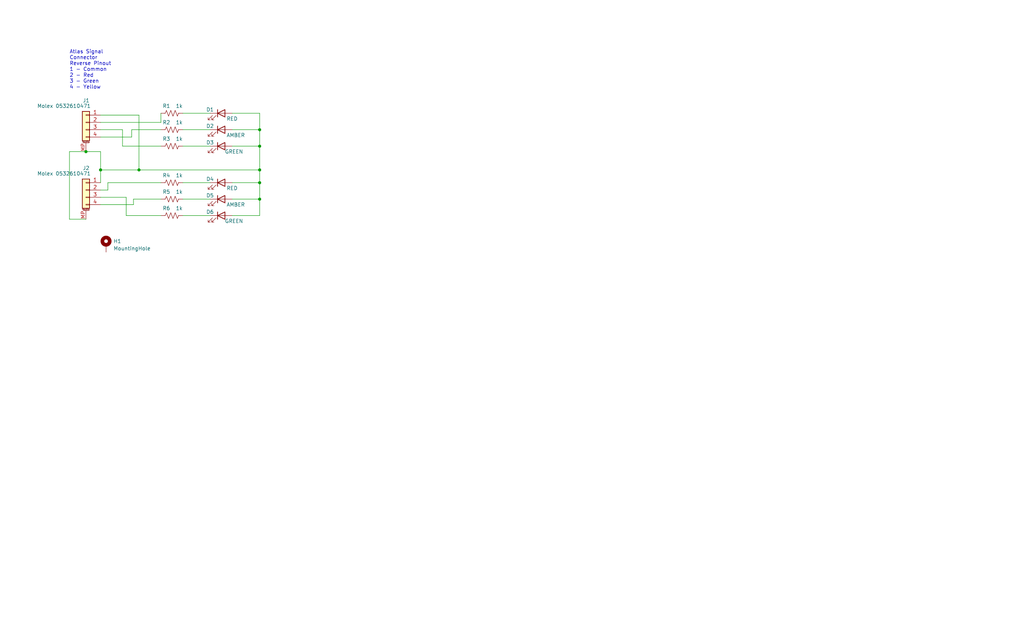
<source format=kicad_sch>
(kicad_sch (version 20211123) (generator eeschema)
  (paper "USLegal")
  (title_block (title "MSS Cascade Basic v1.0") (company "Iowa Scaled Engineering"))
  (lib_symbols
    (symbol "Connector_Generic_MountingPin:Conn_01x04_MountingPin" (pin_names (offset 1.016) hide)
      (property "Reference" "J" (at 0 5.08 0))
      (property "Value" "Conn_01x04_MountingPin" (at 1.27 -7.62 0))
      (symbol "Conn_01x04_MountingPin_1_1"
        (rectangle (start -1.27 -4.953) (end 0 -5.207) (stroke (width 0.1524)))
        (rectangle (start -1.27 -2.413) (end 0 -2.667) (stroke (width 0.1524)))
        (rectangle (start -1.27 0.127) (end 0 -0.127) (stroke (width 0.1524)))
        (rectangle (start -1.27 2.667) (end 0 2.413) (stroke (width 0.1524)))
        (rectangle (start -1.27 3.81) (end 1.27 -6.35) (stroke (width 0.254)) (fill (type background)))
        (polyline (pts (xy -1.016 -7.112) (xy 1.016 -7.112)) (stroke (width 0.1524)))
        (text "Mounting" (at 0 -6.731 0) (effects (font (size 0.381 0.381))))
        (pin passive line (at -5.08 2.54 0) (length 3.81) (name "Pin_1") (number "1"))
        (pin passive line (at -5.08 0 0) (length 3.81) (name "Pin_2") (number "2"))
        (pin passive line (at -5.08 -2.54 0) (length 3.81) (name "Pin_3") (number "3"))
        (pin passive line (at -5.08 -5.08 0) (length 3.81) (name "Pin_4") (number "4"))
        (pin passive line (at 0 -10.16 90) (length 3.048) (name "MountPin") (number "MP"))
      )
    )
    (symbol "Device:LED" (pin_numbers hide) (pin_names (offset 1.016) hide)
      (property "Reference" "D" (at 0 2.54 0))
      (property "Value" "LED" (at 0 -2.54 0))
      (symbol "LED_0_1"
        (polyline (pts (xy -1.27 -1.27) (xy -1.27 1.27)) (stroke (width 0.254)))
        (polyline (pts (xy -1.27 0) (xy 1.27 0)))
        (polyline (pts (xy 1.27 -1.27) (xy 1.27 1.27) (xy -1.27 0) (xy 1.27 -1.27)) (stroke (width 0.254)))
        (polyline (pts (xy -3.048 -0.762) (xy -4.572 -2.286) (xy -3.81 -2.286) (xy -4.572 -2.286) (xy -4.572 -1.524)))
        (polyline (pts (xy -1.778 -0.762) (xy -3.302 -2.286) (xy -2.54 -2.286) (xy -3.302 -2.286) (xy -3.302 -1.524)))
      )
      (symbol "LED_1_1"
        (pin passive line (at -3.81 0 0) (length 2.54) (name "K") (number "1"))
        (pin passive line (at 3.81 0 180) (length 2.54) (name "A") (number "2"))
      )
    )
    (symbol "Device:R_US" (pin_numbers hide) (pin_names (offset 0))
      (property "Reference" "R" (at 2.54 0 90))
      (property "Value" "R_US" (at -2.54 0 90))
      (symbol "R_US_0_1"
        (polyline (pts (xy 0 -2.286) (xy 0 -2.54)))
        (polyline (pts (xy 0 2.286) (xy 0 2.54)))
        (polyline (pts (xy 0 -0.762) (xy 1.016 -1.143) (xy 0 -1.524) (xy -1.016 -1.905) (xy 0 -2.286)))
        (polyline (pts (xy 0 0.762) (xy 1.016 0.381) (xy 0 0) (xy -1.016 -0.381) (xy 0 -0.762)))
        (polyline (pts (xy 0 2.286) (xy 1.016 1.905) (xy 0 1.524) (xy -1.016 1.143) (xy 0 0.762)))
      )
      (symbol "R_US_1_1"
        (pin passive line (at 0 3.81 270) (length 1.27) (name "~") (number "1"))
        (pin passive line (at 0 -3.81 90) (length 1.27) (name "~") (number "2"))
      )
    )
    (symbol "Mechanical:MountingHole_Pad" (pin_numbers hide) (pin_names (offset 1.016) hide)
      (property "Reference" "H" (at 0 6.35 0))
      (property "Value" "MountingHole_Pad" (at 0 4.445 0))
      (symbol "MountingHole_Pad_0_1"
        (circle (center 0 1.27) (radius 1.27) (stroke (width 1.27)))
      )
      (symbol "MountingHole_Pad_1_1"
        (pin input line (at 0 -2.54 90) (length 2.54) (name "1") (number "1"))
      )
    )
  )
  (junction (at 34.925 59.055))
  (junction (at 29.845 52.705))
  (junction (at 90.17 69.215))
  (junction (at 90.17 50.8))
  (junction (at 90.17 59.055))
  (junction (at 90.17 45.085))
  (junction (at 90.17 63.5))
  (junction (at 48.26 59.055))
  (wire (pts (xy 55.88 50.8) (xy 42.545 50.8)))
  (wire (pts (xy 63.5 39.37) (xy 73.025 39.37)))
  (wire (pts (xy 80.645 39.37) (xy 90.17 39.37)))
  (wire (pts (xy 34.925 47.625) (xy 45.72 47.625)))
  (wire (pts (xy 80.645 69.215) (xy 90.17 69.215)))
  (wire (pts (xy 80.645 50.8) (xy 90.17 50.8)))
  (wire (pts (xy 24.13 52.705) (xy 24.13 76.2)))
  (wire (pts (xy 55.88 42.545) (xy 55.88 39.37)))
  (wire (pts (xy 34.925 68.58) (xy 43.815 68.58)))
  (wire (pts (xy 48.26 59.055) (xy 90.17 59.055)))
  (wire (pts (xy 37.465 66.04) (xy 37.465 63.5)))
  (wire (pts (xy 90.17 50.8) (xy 90.17 59.055)))
  (wire (pts (xy 34.925 59.055) (xy 34.925 52.705)))
  (wire (pts (xy 37.465 63.5) (xy 55.88 63.5)))
  (wire (pts (xy 45.72 47.625) (xy 45.72 45.085)))
  (wire (pts (xy 43.815 68.58) (xy 43.815 74.93)))
  (wire (pts (xy 43.815 74.93) (xy 55.88 74.93)))
  (wire (pts (xy 34.925 71.12) (xy 46.355 71.12)))
  (wire (pts (xy 90.17 63.5) (xy 90.17 69.215)))
  (wire (pts (xy 90.17 45.085) (xy 90.17 50.8)))
  (wire (pts (xy 34.925 42.545) (xy 55.88 42.545)))
  (wire (pts (xy 63.5 69.215) (xy 73.025 69.215)))
  (wire (pts (xy 48.26 40.005) (xy 48.26 59.055)))
  (wire (pts (xy 42.545 50.8) (xy 42.545 45.085)))
  (wire (pts (xy 90.17 39.37) (xy 90.17 45.085)))
  (wire (pts (xy 34.925 52.705) (xy 29.845 52.705)))
  (wire (pts (xy 34.925 63.5) (xy 34.925 59.055)))
  (wire (pts (xy 45.72 45.085) (xy 55.88 45.085)))
  (wire (pts (xy 46.355 71.12) (xy 46.355 69.215)))
  (wire (pts (xy 42.545 45.085) (xy 34.925 45.085)))
  (wire (pts (xy 34.925 66.04) (xy 37.465 66.04)))
  (wire (pts (xy 63.5 63.5) (xy 73.025 63.5)))
  (wire (pts (xy 63.5 74.93) (xy 73.025 74.93)))
  (wire (pts (xy 80.645 74.93) (xy 90.17 74.93)))
  (wire (pts (xy 34.925 40.005) (xy 48.26 40.005)))
  (wire (pts (xy 90.17 59.055) (xy 90.17 63.5)))
  (wire (pts (xy 34.925 59.055) (xy 48.26 59.055)))
  (wire (pts (xy 90.17 69.215) (xy 90.17 74.93)))
  (wire (pts (xy 46.355 69.215) (xy 55.88 69.215)))
  (wire (pts (xy 24.13 76.2) (xy 29.845 76.2)))
  (wire (pts (xy 24.13 52.705) (xy 29.845 52.705)))
  (wire (pts (xy 80.645 63.5) (xy 90.17 63.5)))
  (wire (pts (xy 63.5 50.8) (xy 73.025 50.8)))
  (wire (pts (xy 80.645 45.085) (xy 90.17 45.085)))
  (wire (pts (xy 63.5 45.085) (xy 73.025 45.085)))
  (text "Atlas Signal\nConnector\nReverse Pinout\n1 - Common\n2 - Red\n3 - Green\n4 - Yellow" (at 24.13 31.115 0) (effects (font (size 1.27 1.27)) (justify left bottom)))
  (symbol (lib_id "Device:LED") (at 76.835 74.93 0) (unit 1)
    (property "Reference" "D6" (at 74.295 73.66 0) (effects (justify right)))
    (property "Value" "GREEN" (at 84.455 76.835 0) (effects (justify right)))
    (property "Footprint" "LED_SMD:LED_0805_2012Metric" (effects hide))
  )
  (symbol (lib_id "Device:R_US") (at 59.69 45.085 270) (unit 1)
    (property "Reference" "R2" (at 57.785 42.545 90))
    (property "Value" "1k" (at 62.23 42.545 90))
    (property "Footprint" "Resistor_SMD:R_0805_2012Metric" (effects hide))
  )
  (symbol (lib_id "Device:R_US") (at 59.69 74.93 270) (unit 1)
    (property "Reference" "R6" (at 57.785 72.39 90))
    (property "Value" "1k" (at 62.23 72.39 90))
    (property "Footprint" "Resistor_SMD:R_0805_2012Metric" (effects hide))
  )
  (symbol (lib_id "Device:LED") (at 76.835 69.215 0) (unit 1)
    (property "Reference" "D5" (at 74.295 67.945 0) (effects (justify right)))
    (property "Value" "AMBER" (at 85.09 71.12 0) (effects (justify right)))
    (property "Footprint" "LED_SMD:LED_0805_2012Metric" (effects hide))
  )
  (symbol (lib_id "Device:LED") (at 76.835 50.8 0) (unit 1)
    (property "Reference" "D3" (at 74.295 49.53 0) (effects (justify right)))
    (property "Value" "GREEN" (at 84.455 52.705 0) (effects (justify right)))
    (property "Footprint" "LED_SMD:LED_0805_2012Metric" (effects hide))
  )
  (symbol (lib_id "Device:R_US") (at 59.69 69.215 270) (unit 1)
    (property "Reference" "R5" (at 57.785 66.675 90))
    (property "Value" "1k" (at 62.23 66.675 90))
    (property "Footprint" "Resistor_SMD:R_0805_2012Metric" (effects hide))
  )
  (symbol (lib_id "Connector_Generic_MountingPin:Conn_01x04_MountingPin") (at 29.845 42.545 0) (mirror y) (unit 1)
    (property "Reference" "J1" (at 31.115 34.925 0) (effects (justify left)))
    (property "Value" "Molex 0532610471" (at 22.225 36.83 0))
    (property "Footprint" "Connector_Molex:Molex_PicoBlade_53261-0471_1x04-1MP_P1.25mm_Horizontal" (effects hide))
  )
  (symbol (lib_id "Device:R_US") (at 59.69 39.37 270) (unit 1)
    (property "Reference" "R1" (at 57.785 36.83 90))
    (property "Value" "1k" (at 62.23 36.83 90))
    (property "Footprint" "Resistor_SMD:R_0805_2012Metric" (effects hide))
  )
  (symbol (lib_id "Device:R_US") (at 59.69 63.5 270) (unit 1)
    (property "Reference" "R4" (at 57.785 60.96 90))
    (property "Value" "1k" (at 62.23 60.96 90))
    (property "Footprint" "Resistor_SMD:R_0805_2012Metric" (effects hide))
  )
  (symbol (lib_id "Device:R_US") (at 59.69 50.8 270) (unit 1)
    (property "Reference" "R3" (at 57.785 48.26 90))
    (property "Value" "1k" (at 62.23 48.26 90))
    (property "Footprint" "Resistor_SMD:R_0805_2012Metric" (effects hide))
  )
  (symbol (lib_id "Device:LED") (at 76.835 63.5 0) (unit 1)
    (property "Reference" "D4" (at 74.295 62.23 0) (effects (justify right)))
    (property "Value" "RED" (at 82.55 65.405 0) (effects (justify right)))
    (property "Footprint" "LED_SMD:LED_0805_2012Metric" (effects hide))
  )
  (symbol (lib_id "Device:LED") (at 76.835 45.085 0) (unit 1)
    (property "Reference" "D2" (at 74.295 43.815 0) (effects (justify right)))
    (property "Value" "AMBER" (at 85.09 46.99 0) (effects (justify right)))
    (property "Footprint" "LED_SMD:LED_0805_2012Metric" (effects hide))
  )
  (symbol (lib_id "Connector_Generic_MountingPin:Conn_01x04_MountingPin") (at 29.845 66.04 0) (mirror y) (unit 1)
    (property "Reference" "J2" (at 31.115 58.42 0) (effects (justify left)))
    (property "Value" "Molex 0532610471" (at 22.225 60.325 0))
    (property "Footprint" "Connector_Molex:Molex_PicoBlade_53261-0471_1x04-1MP_P1.25mm_Horizontal" (effects hide))
  )
  (symbol (lib_id "Device:LED") (at 76.835 39.37 0) (unit 1)
    (property "Reference" "D1" (at 74.295 38.1 0) (effects (justify right)))
    (property "Value" "RED" (at 82.55 41.275 0) (effects (justify right)))
    (property "Footprint" "LED_SMD:LED_0805_2012Metric" (effects hide))
  )
  (symbol (lib_id "Mechanical:MountingHole_Pad") (at 36.83 85.09 0) (unit 1)
    (property "Reference" "H1" (at 39.37 83.8199 0) (effects (justify left)))
    (property "Value" "MountingHole" (at 39.37 86.3599 0) (effects (justify left)))
    (property "Footprint" "MountingHole:MountingHole_3.2mm_M3_Pad" (effects hide))
  )
)
</source>
